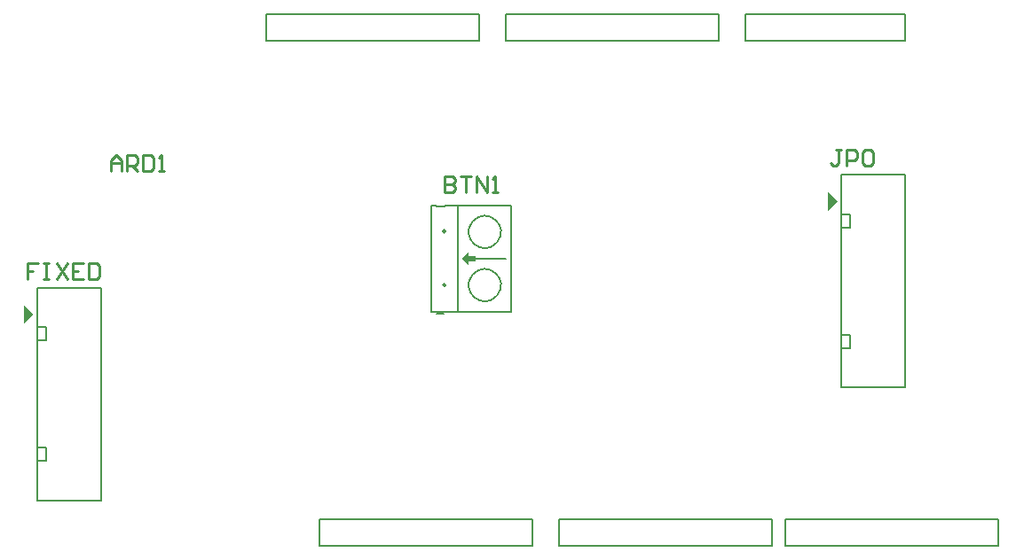
<source format=gto>
G04 Layer_Color=65535*
%FSTAX24Y24*%
%MOIN*%
G70*
G01*
G75*
%ADD20C,0.0070*%
%ADD21C,0.0079*%
%ADD22C,0.0100*%
G36*
X026215Y019195D02*
X026205D01*
X025855Y018845D01*
Y019555D01*
X026215Y019195D01*
D02*
G37*
G36*
X04255Y0214D02*
X0428D01*
Y0212D01*
X04255D01*
Y02105D01*
X0423Y0213D01*
X04255Y02155D01*
Y0214D01*
D02*
G37*
G36*
X056415Y023445D02*
X056405D01*
X056055Y023095D01*
Y023805D01*
X056415Y023445D01*
D02*
G37*
D20*
X042687Y022687D02*
G03*
X042699Y022701I000463J-000387D01*
G01*
X041694Y0203D02*
G03*
X041694Y0203I-000064J0D01*
G01*
X041684Y02232D02*
G03*
X041684Y02232I-000064J0D01*
G01*
X042688Y020688D02*
G03*
X042699Y020701I000462J-000388D01*
G01*
X02735Y0122D02*
X02875D01*
X02635Y0202D02*
X02875D01*
X02635Y0122D02*
Y0202D01*
Y0122D02*
X02735D01*
X02875D02*
Y0202D01*
X02637Y01871D02*
X02667D01*
Y01821D02*
Y01871D01*
X02637Y01821D02*
X02667D01*
X02636Y01419D02*
X02666D01*
Y01369D02*
Y01419D01*
X02636Y01369D02*
X02666D01*
X05656Y01794D02*
X05686D01*
Y01844D01*
X05656D02*
X05686D01*
X05657Y02246D02*
X05687D01*
Y02296D01*
X05657D02*
X05687D01*
X05895Y01645D02*
Y02445D01*
X05655Y01645D02*
X05755D01*
X05655D02*
Y02445D01*
X05895D01*
X05755Y01645D02*
X05895D01*
X04415Y0193D02*
Y0233D01*
X04243Y0213D02*
X04394D01*
X04135Y01924D02*
X0416D01*
X04115Y0193D02*
X04265D01*
X04115D02*
Y0233D01*
X04133D01*
Y02325D02*
Y0233D01*
Y02325D02*
X04164D01*
Y0233D01*
X04415D01*
X04265Y0193D02*
X04415D01*
X04215Y01932D02*
Y02329D01*
D21*
X04495Y0105D02*
Y0115D01*
X03695Y0105D02*
X04495D01*
X03695D02*
Y0115D01*
X04495D01*
X05895Y0295D02*
Y0305D01*
X05295Y0295D02*
Y0305D01*
X05895D01*
X05295Y0295D02*
X05895D01*
X04595Y0115D02*
X05395D01*
X04595Y0105D02*
Y0115D01*
Y0105D02*
X05395D01*
Y0115D01*
X05445D02*
X06245D01*
X05445Y0105D02*
Y0115D01*
Y0105D02*
X06245D01*
Y0115D01*
X03495Y0305D02*
X04295D01*
X03495Y0295D02*
Y0305D01*
Y0295D02*
X04295D01*
Y0305D01*
X04395D02*
X05195D01*
X04395Y0295D02*
Y0305D01*
Y0295D02*
X05195D01*
Y0305D01*
D22*
X0291Y0246D02*
Y025D01*
X0293Y0252D01*
X0295Y025D01*
Y0246D01*
Y0249D01*
X0291D01*
X0297Y0246D02*
Y0252D01*
X03D01*
X0301Y0251D01*
Y0249D01*
X03Y0248D01*
X0297D01*
X0299D02*
X0301Y0246D01*
X0303Y0252D02*
Y0246D01*
X0306D01*
X030699Y0247D01*
Y0251D01*
X0306Y0252D01*
X0303D01*
X030899Y0246D02*
X031099D01*
X030999D01*
Y0252D01*
X030899Y0251D01*
X04165Y0244D02*
Y0238D01*
X04195D01*
X04205Y0239D01*
Y024D01*
X04195Y0241D01*
X04165D01*
X04195D01*
X04205Y0242D01*
Y0243D01*
X04195Y0244D01*
X04165D01*
X04225D02*
X04265D01*
X04245D01*
Y0238D01*
X04285D02*
Y0244D01*
X043249Y0238D01*
Y0244D01*
X043449Y0238D02*
X043649D01*
X043549D01*
Y0244D01*
X043449Y0243D01*
X02636Y02113D02*
X02596D01*
Y02083D01*
X02616D01*
X02596D01*
Y02053D01*
X02656Y02113D02*
X02676D01*
X02666D01*
Y02053D01*
X02656D01*
X02676D01*
X02706Y02113D02*
X02746Y02053D01*
Y02113D02*
X02706Y02053D01*
X028059Y02113D02*
X027659D01*
Y02053D01*
X028059D01*
X027659Y02083D02*
X027859D01*
X028259Y02113D02*
Y02053D01*
X028559D01*
X028659Y02063D01*
Y02103D01*
X028559Y02113D01*
X028259D01*
X05655Y02538D02*
X05635D01*
X05645D01*
Y02488D01*
X05635Y02478D01*
X05625D01*
X05615Y02488D01*
X05675Y02478D02*
Y02538D01*
X05705D01*
X05715Y02528D01*
Y02508D01*
X05705Y02498D01*
X05675D01*
X05735Y02528D02*
X05745Y02538D01*
X05765D01*
X057749Y02528D01*
Y02488D01*
X05765Y02478D01*
X05745D01*
X05735Y02488D01*
Y02528D01*
M02*

</source>
